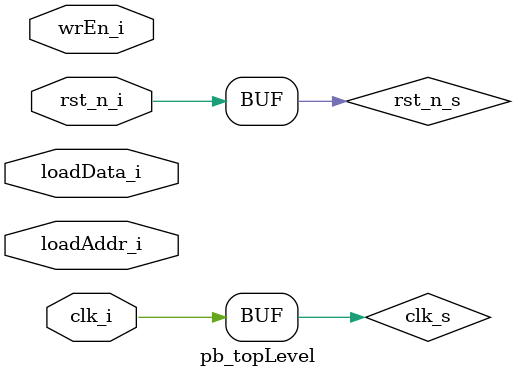
<source format=sv>
module pb_topLevel(
    input [31:0] loadData_i,
    input [63:0] loadAddr_i,
    input wrEn_i,
    input clk_i,
    input rst_n_i
    //output reg addrBus, dataBus
    );
    
wire [63:0] currentPc_s;
wire [63:0] nextPc_s;
wire [63:0] newPc_s;
wire clk_s, rst_n_s;
wire [31:0] instr_s;

wire regwrite_s, alusrc_s, zero_s, memtoreg_s, ren_s, wen_s;
wire [4:0] waddr_s, raddr1_s, raddr2_s;
wire [3:0] aluinstr_s;
wire [1:0] aluop_s;
wire [63:0] wdata_s, imm_s, rdata1_s, rdata2_s, rdata2x_s, aluresult_s;

    assign 
    clk_s = clk_i,
    rst_n_s = rst_n_i;
    
     // Instantiate the Instruction Memory Top module
    se_InstrMem_top instr_mem_top (
        .pci_i(newPc_s),
        .loadData_i(loadData_i),
        .loadAddr_i(loadAddr_i),
        .wrEn_i(wrEn_i),
        .rst_n_i(rst_n_s),
        .clk_i(clk_s),
        .instr_o(instr_s),
        .pco_o(currentPc_s),
        .nextAddr_o(nextPc_s)
    );

    // Instantiate the Instruction Decoder module
   hr_instr_decoder instr_decoder (
        .instruction_i(instr_s),
        .pc_i(currentPc_s),
        .nxt_pc_i(nextPc_s),
        .zero_flag_i(zero_s),
        .Register_Source_1_o(raddr1_s),
        .Register_Source_2_o(raddr2_s),
        .Register_Dest_o(waddr_s),
        .pc_o(newPc_s),
        .Alu_OP_o(aluop_s),
        .Alu_Control_o(aluinstr_s),
        .MemtoReg_o(memtoreg_s),
        .MemWrite_o(wen_s),
        .MemRead_o(ren_s),
        .RegWrite_o(regwrite_s),
        .AluSrc_o(alusrc_s),
        .immediate_o(imm_s)
    );

    
    te_regFile regfile(
        .clk_i(clk_s), 
        .wEn_i(regwrite_s), 
        .selMux_i(alusrc_s), 
        .wAddr01_i(waddr_s), 
        .wData_i(wdata_s), 
        .rAddr01_i(raddr1_s), 
        .rAddr02_i(raddr2_s),
        .imm_i(imm_s),
        .rData01_o(rdata1_s), 
        .rData02_o(rdata2_s),
        .rData02x_o(rdata2x_s)
    );
    
    rd_ALU_top alu(
        .A_i(rdata1_s),
        .B_i(rdata2x_s),
        .instruction_i(aluinstr_s),
        .ALUop_i(aluop_s),
        .C_o(aluresult_s),
        .zero_o(zero_s)
	);
	
	ni_DataMemory dmem(
    .clk_i(clk_s),
    .address_i(aluresult_s), // where does this one come From??? <-<--<-?
    .write_data_i(rdata2_s), //Data from RegFile?
    .write_enable_i(wen_s), //wEn 
    .read_enable_i(ren_s), //rEn
    .memtoreg_i(memtoreg_s), //mem2reg
    .alu_result_i(aluresult_s),  //aluResult
    .read_data_o(wdata_s) //rData
);

    
endmodule: pb_topLevel

</source>
